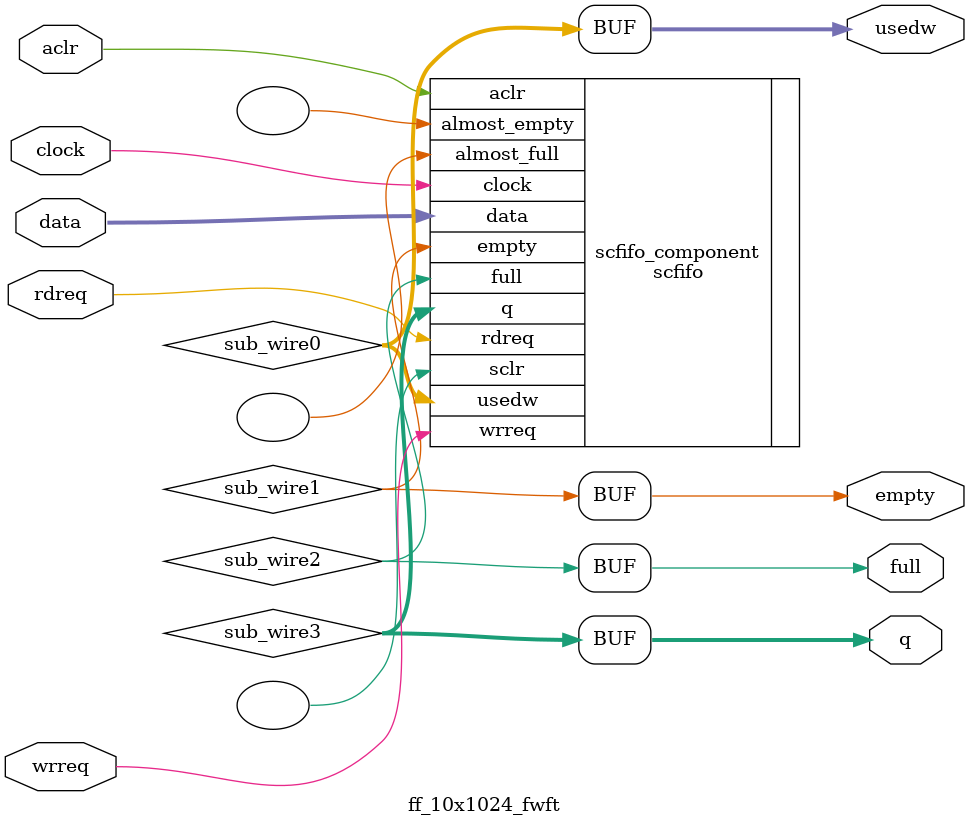
<source format=v>
module ff_10x1024_fwft (
	aclr,
	clock,
	data,
	rdreq,
	wrreq,
	empty,
	full,
	q,
	usedw);
	input	  aclr;
	input	  clock;
	input	[9:0]  data;
	input	  rdreq;
	input	  wrreq;
	output	  empty;
	output	  full;
	output	[9:0]  q;
	output	[9:0]  usedw;
	wire [9:0] sub_wire0;
	wire  sub_wire1;
	wire  sub_wire2;
	wire [9:0] sub_wire3;
	wire [9:0] usedw = sub_wire0[9:0];
	wire  empty = sub_wire1;
	wire  full = sub_wire2;
	wire [9:0] q = sub_wire3[9:0];
	scfifo	scfifo_component (
				.clock (clock),
				.wrreq (wrreq),
				.aclr (aclr),
				.data (data),
				.rdreq (rdreq),
				.usedw (sub_wire0),
				.empty (sub_wire1),
				.full (sub_wire2),
				.q (sub_wire3),
				.almost_empty (),
				.almost_full (),
				.sclr ());
	defparam
		scfifo_component.add_ram_output_register = "OFF",
		scfifo_component.intended_device_family = "Cyclone V",
		scfifo_component.lpm_hint = "RAM_BLOCK_TYPE=M10K",
		scfifo_component.lpm_numwords = 1024,
		scfifo_component.lpm_showahead = "ON",
		scfifo_component.lpm_type = "scfifo",
		scfifo_component.lpm_width = 10,
		scfifo_component.lpm_widthu = 10,
		scfifo_component.overflow_checking = "ON",
		scfifo_component.underflow_checking = "ON",
		scfifo_component.use_eab = "ON";
endmodule
</source>
